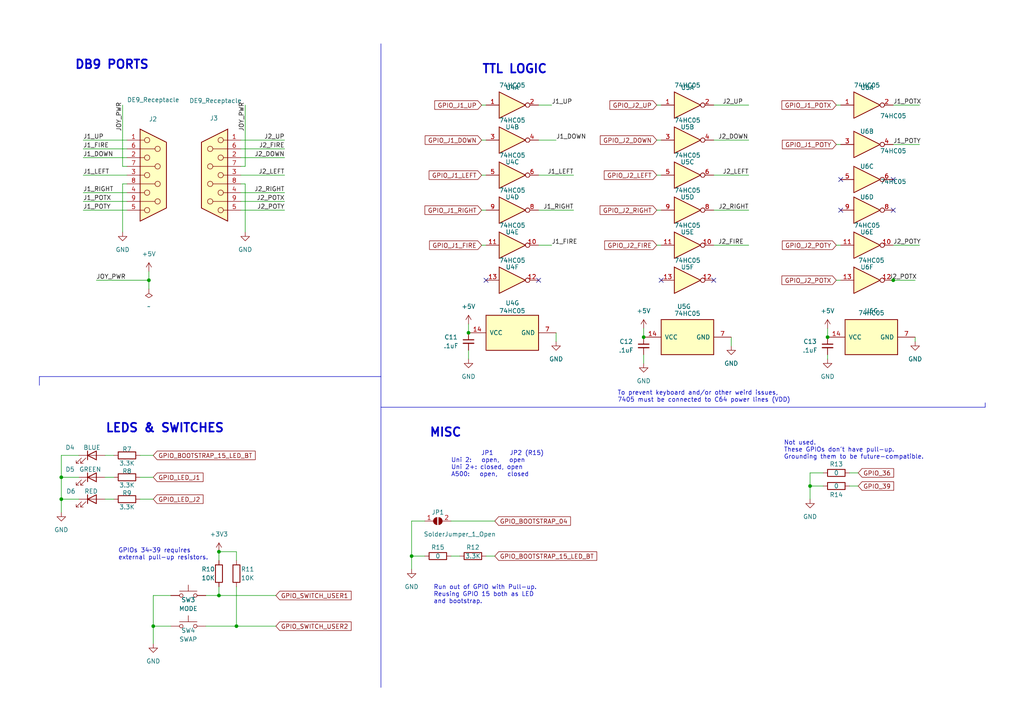
<source format=kicad_sch>
(kicad_sch (version 20230121) (generator eeschema)
  (paper "A4")
  (title_block (title "Unijoysticle 2 XL800") (date "2023-06-16") (rev "A") (company "Ricardo Quesada"))
  (lib_symbols
    (symbol "74xx:74LS05" (pin_names (offset 1.016))
      (property "Reference" "U" (at 0 1.27 0))
      (property "Value" "74LS05" (at 0 -1.27 0))
      (symbol "74LS05_1_0"
        (polyline (pts (xy -3.81 3.81) (xy -3.81 -3.81) (xy 3.81 0) (xy -3.81 3.81)) (stroke (width 0.254)) (fill (type background)))
        (pin input line (at -7.62 0 0) (length 3.81) (name "~") (number "1"))
        (pin open_collector inverted (at 7.62 0 180) (length 3.81) (name "~") (number "2"))
      )
      (symbol "74LS05_2_0"
        (polyline (pts (xy -3.81 3.81) (xy -3.81 -3.81) (xy 3.81 0) (xy -3.81 3.81)) (stroke (width 0.254)) (fill (type background)))
        (pin input line (at -7.62 0 0) (length 3.81) (name "~") (number "3"))
        (pin open_collector inverted (at 7.62 0 180) (length 3.81) (name "~") (number "4"))
      )
      (symbol "74LS05_3_0"
        (polyline (pts (xy -3.81 3.81) (xy -3.81 -3.81) (xy 3.81 0) (xy -3.81 3.81)) (stroke (width 0.254)) (fill (type background)))
        (pin input line (at -7.62 0 0) (length 3.81) (name "~") (number "5"))
        (pin open_collector inverted (at 7.62 0 180) (length 3.81) (name "~") (number "6"))
      )
      (symbol "74LS05_4_0"
        (polyline (pts (xy -3.81 3.81) (xy -3.81 -3.81) (xy 3.81 0) (xy -3.81 3.81)) (stroke (width 0.254)) (fill (type background)))
        (pin open_collector inverted (at 7.62 0 180) (length 3.81) (name "~") (number "8"))
        (pin input line (at -7.62 0 0) (length 3.81) (name "~") (number "9"))
      )
      (symbol "74LS05_5_0"
        (polyline (pts (xy -3.81 3.81) (xy -3.81 -3.81) (xy 3.81 0) (xy -3.81 3.81)) (stroke (width 0.254)) (fill (type background)))
        (pin open_collector inverted (at 7.62 0 180) (length 3.81) (name "~") (number "10"))
        (pin input line (at -7.62 0 0) (length 3.81) (name "~") (number "11"))
      )
      (symbol "74LS05_6_0"
        (polyline (pts (xy -3.81 3.81) (xy -3.81 -3.81) (xy 3.81 0) (xy -3.81 3.81)) (stroke (width 0.254)) (fill (type background)))
        (pin open_collector inverted (at 7.62 0 180) (length 3.81) (name "~") (number "12"))
        (pin input line (at -7.62 0 0) (length 3.81) (name "~") (number "13"))
      )
      (symbol "74LS05_7_0"
        (pin power_in line (at 0 12.7 270) (length 5.08) (name "VCC") (number "14"))
        (pin power_in line (at 0 -12.7 90) (length 5.08) (name "GND") (number "7"))
      )
      (symbol "74LS05_7_1"
        (rectangle (start -5.08 7.62) (end 5.08 -7.62) (stroke (width 0.254)) (fill (type background)))
      )
    )
    (symbol "Connector:DE9_Receptacle" (pin_names (offset 1.016) hide)
      (property "Reference" "J" (at 0 13.97 0))
      (property "Value" "DE9_Receptacle" (at 0 -14.605 0))
      (symbol "DE9_Receptacle_0_1"
        (circle (center -1.778 -10.16) (radius 0.762))
        (circle (center -1.778 -5.08) (radius 0.762))
        (circle (center -1.778 0) (radius 0.762))
        (circle (center -1.778 5.08) (radius 0.762))
        (circle (center -1.778 10.16) (radius 0.762))
        (polyline (pts (xy -3.81 -10.16) (xy -2.54 -10.16)))
        (polyline (pts (xy -3.81 -7.62) (xy 0.508 -7.62)))
        (polyline (pts (xy -3.81 -5.08) (xy -2.54 -5.08)))
        (polyline (pts (xy -3.81 -2.54) (xy 0.508 -2.54)))
        (polyline (pts (xy -3.81 0) (xy -2.54 0)))
        (polyline (pts (xy -3.81 2.54) (xy 0.508 2.54)))
        (polyline (pts (xy -3.81 5.08) (xy -2.54 5.08)))
        (polyline (pts (xy -3.81 7.62) (xy 0.508 7.62)))
        (polyline (pts (xy -3.81 10.16) (xy -2.54 10.16)))
        (polyline (pts (xy -3.81 13.335) (xy -3.81 -13.335) (xy 3.81 -9.525) (xy 3.81 9.525) (xy -3.81 13.335)) (stroke (width 0.254)) (fill (type background)))
        (circle (center 1.27 -7.62) (radius 0.762))
        (circle (center 1.27 -2.54) (radius 0.762))
        (circle (center 1.27 2.54) (radius 0.762))
        (circle (center 1.27 7.62) (radius 0.762))
      )
      (symbol "DE9_Receptacle_1_1"
        (pin passive line (at -7.62 10.16 0) (length 3.81) (name "1") (number "1"))
        (pin passive line (at -7.62 5.08 0) (length 3.81) (name "2") (number "2"))
        (pin passive line (at -7.62 0 0) (length 3.81) (name "3") (number "3"))
        (pin passive line (at -7.62 -5.08 0) (length 3.81) (name "4") (number "4"))
        (pin passive line (at -7.62 -10.16 0) (length 3.81) (name "5") (number "5"))
        (pin passive line (at -7.62 7.62 0) (length 3.81) (name "6") (number "6"))
        (pin passive line (at -7.62 2.54 0) (length 3.81) (name "7") (number "7"))
        (pin passive line (at -7.62 -2.54 0) (length 3.81) (name "8") (number "8"))
        (pin passive line (at -7.62 -7.62 0) (length 3.81) (name "9") (number "9"))
      )
    )
    (symbol "Device:C_Small" (pin_numbers hide) (pin_names (offset 0.254) hide)
      (property "Reference" "C" (at 0.254 1.778 0))
      (property "Value" "C_Small" (at 0.254 -2.032 0))
      (symbol "C_Small_0_1"
        (polyline (pts (xy -1.524 -0.508) (xy 1.524 -0.508)) (stroke (width 0.3302)))
        (polyline (pts (xy -1.524 0.508) (xy 1.524 0.508)) (stroke (width 0.3048)))
      )
      (symbol "C_Small_1_1"
        (pin passive line (at 0 2.54 270) (length 2.032) (name "~") (number "1"))
        (pin passive line (at 0 -2.54 90) (length 2.032) (name "~") (number "2"))
      )
    )
    (symbol "Device:LED" (pin_numbers hide) (pin_names (offset 1.016) hide)
      (property "Reference" "D" (at 0 2.54 0))
      (property "Value" "LED" (at 0 -2.54 0))
      (symbol "LED_0_1"
        (polyline (pts (xy -1.27 -1.27) (xy -1.27 1.27)) (stroke (width 0.254)))
        (polyline (pts (xy -1.27 0) (xy 1.27 0)))
        (polyline (pts (xy 1.27 -1.27) (xy 1.27 1.27) (xy -1.27 0) (xy 1.27 -1.27)) (stroke (width 0.254)))
        (polyline (pts (xy -3.048 -0.762) (xy -4.572 -2.286) (xy -3.81 -2.286) (xy -4.572 -2.286) (xy -4.572 -1.524)))
        (polyline (pts (xy -1.778 -0.762) (xy -3.302 -2.286) (xy -2.54 -2.286) (xy -3.302 -2.286) (xy -3.302 -1.524)))
      )
      (symbol "LED_1_1"
        (pin passive line (at -3.81 0 0) (length 2.54) (name "K") (number "1"))
        (pin passive line (at 3.81 0 180) (length 2.54) (name "A") (number "2"))
      )
    )
    (symbol "Device:R" (pin_numbers hide) (pin_names (offset 0))
      (property "Reference" "R" (at 2.032 0 90))
      (property "Value" "R" (at 0 0 90))
      (symbol "R_0_1"
        (rectangle (start -1.016 -2.54) (end 1.016 2.54) (stroke (width 0.254)))
      )
      (symbol "R_1_1"
        (pin passive line (at 0 3.81 270) (length 1.27) (name "~") (number "1"))
        (pin passive line (at 0 -3.81 90) (length 1.27) (name "~") (number "2"))
      )
    )
    (symbol "Jumper:SolderJumper_2_Open" (pin_names (offset 0) hide)
      (property "Reference" "JP" (at 0 2.032 0))
      (property "Value" "SolderJumper_2_Open" (at 0 -2.54 0))
      (symbol "SolderJumper_2_Open_0_1"
        (arc (start -0.254 1.016) (mid -1.2656 0) (end -0.254 -1.016))
        (arc (start -0.254 1.016) (mid -1.2656 0) (end -0.254 -1.016) (fill (type outline)))
        (polyline (pts (xy -0.254 1.016) (xy -0.254 -1.016)))
        (polyline (pts (xy 0.254 1.016) (xy 0.254 -1.016)))
        (arc (start 0.254 -1.016) (mid 1.2656 0) (end 0.254 1.016))
        (arc (start 0.254 -1.016) (mid 1.2656 0) (end 0.254 1.016) (fill (type outline)))
      )
      (symbol "SolderJumper_2_Open_1_1"
        (pin passive line (at -3.81 0 0) (length 2.54) (name "A") (number "1"))
        (pin passive line (at 3.81 0 180) (length 2.54) (name "B") (number "2"))
      )
    )
    (symbol "Switch:SW_Push" (pin_numbers hide) (pin_names (offset 1.016) hide)
      (property "Reference" "SW" (at 1.27 2.54 0))
      (property "Value" "SW_Push" (at 0 -1.524 0))
      (symbol "SW_Push_0_1"
        (circle (center -2.032 0) (radius 0.508))
        (polyline (pts (xy 0 1.27) (xy 0 3.048)))
        (polyline (pts (xy 2.54 1.27) (xy -2.54 1.27)))
        (circle (center 2.032 0) (radius 0.508))
        (pin passive line (at -5.08 0 0) (length 2.54) (name "1") (number "1"))
        (pin passive line (at 5.08 0 180) (length 2.54) (name "2") (number "2"))
      )
    )
    (symbol "power:+3V3" (power) (pin_names (offset 0))
      (property "Value" "+3V3" (at 0 3.556 0))
      (symbol "+3V3_0_1"
        (polyline (pts (xy -0.762 1.27) (xy 0 2.54)))
        (polyline (pts (xy 0 0) (xy 0 2.54)))
        (polyline (pts (xy 0 2.54) (xy 0.762 1.27)))
      )
      (symbol "+3V3_1_1"
        (pin power_in line (at 0 0 90) (length 0) hide (name "+3V3") (number "1"))
      )
    )
    (symbol "power:+5V" (power) (pin_names (offset 0))
      (property "Value" "+5V" (at 0 3.556 0))
      (symbol "+5V_0_1"
        (polyline (pts (xy -0.762 1.27) (xy 0 2.54)))
        (polyline (pts (xy 0 0) (xy 0 2.54)))
        (polyline (pts (xy 0 2.54) (xy 0.762 1.27)))
      )
      (symbol "+5V_1_1"
        (pin power_in line (at 0 0 90) (length 0) hide (name "+5V") (number "1"))
      )
    )
    (symbol "power:GND" (power) (pin_names (offset 0))
      (property "Value" "GND" (at 0 -3.81 0))
      (symbol "GND_0_1"
        (polyline (pts (xy 0 0) (xy 0 -1.27) (xy 1.27 -1.27) (xy 0 -2.54) (xy -1.27 -1.27) (xy 0 -1.27)))
      )
      (symbol "GND_1_1"
        (pin power_in line (at 0 0 270) (length 0) hide (name "GND") (number "1"))
      )
    )
    (symbol "power:PWR_FLAG" (power) (pin_numbers hide) (pin_names (offset 0) hide)
      (property "Value" "PWR_FLAG" (at 0 3.81 0))
      (symbol "PWR_FLAG_0_0"
        (pin power_out line (at 0 0 90) (length 0) (name "pwr") (number "1"))
      )
      (symbol "PWR_FLAG_0_1"
        (polyline (pts (xy 0 0) (xy 0 1.27) (xy -1.016 1.905) (xy 0 2.54) (xy 1.016 1.905) (xy 0 1.27)))
      )
    )
  )
  (junction (at 17.78 144.78))
  (junction (at 63.5 160.02))
  (junction (at 44.45 181.61))
  (junction (at 135.89 96.52))
  (junction (at 186.69 97.79))
  (junction (at 234.95 140.97))
  (junction (at 43.18 81.28))
  (junction (at 17.78 138.43))
  (junction (at 240.03 97.79))
  (junction (at 63.5 172.72))
  (junction (at 259.08 81.28))
  (junction (at 119.38 161.29))
  (junction (at 68.58 181.61))
  (no_connect (at 140.97 81.28))
  (no_connect (at 156.21 81.28))
  (no_connect (at 259.08 52.07))
  (no_connect (at 259.08 60.96))
  (no_connect (at 243.84 52.07))
  (no_connect (at 243.84 60.96))
  (no_connect (at 207.01 81.28))
  (no_connect (at 191.77 81.28))
  (wire (pts (xy 36.83 45.72) (xy 24.13 45.72)))
  (wire (pts (xy 246.38 140.97) (xy 248.92 140.97)))
  (wire (pts (xy 69.85 60.96) (xy 82.55 60.96)))
  (wire (pts (xy 207.01 50.8) (xy 217.17 50.8)))
  (wire (pts (xy 68.58 160.02) (xy 68.58 162.56)))
  (wire (pts (xy 119.38 151.13) (xy 119.38 161.29)))
  (wire (pts (xy 240.03 102.87) (xy 240.03 104.14)))
  (wire (pts (xy 17.78 138.43) (xy 17.78 144.78)))
  (wire (pts (xy 63.5 160.02) (xy 68.58 160.02)))
  (polyline (pts (xy 11.43 109.22) (xy 11.43 111.76)))
  (wire (pts (xy 36.83 40.64) (xy 24.13 40.64)))
  (wire (pts (xy 17.78 144.78) (xy 17.78 148.59)))
  (wire (pts (xy 135.89 101.6) (xy 135.89 104.14)))
  (wire (pts (xy 69.85 48.26) (xy 71.12 48.26)))
  (wire (pts (xy 234.95 137.16) (xy 238.76 137.16)))
  (wire (pts (xy 69.85 40.64) (xy 82.55 40.64)))
  (polyline (pts (xy 110.49 12.7) (xy 110.49 199.39)))
  (wire (pts (xy 22.86 138.43) (xy 17.78 138.43)))
  (wire (pts (xy 30.48 138.43) (xy 33.02 138.43)))
  (wire (pts (xy 156.21 60.96) (xy 166.37 60.96)))
  (wire (pts (xy 40.64 138.43) (xy 44.45 138.43)))
  (wire (pts (xy 234.95 140.97) (xy 238.76 140.97)))
  (polyline (pts (xy 110.49 118.11) (xy 285.75 118.11)))
  (wire (pts (xy 190.5 71.12) (xy 191.77 71.12)))
  (wire (pts (xy 140.97 30.48) (xy 139.7 30.48)))
  (wire (pts (xy 40.64 132.08) (xy 44.45 132.08)))
  (wire (pts (xy 240.03 97.79) (xy 240.03 95.25)))
  (wire (pts (xy 71.12 53.34) (xy 71.12 67.31)))
  (wire (pts (xy 36.83 60.96) (xy 24.13 60.96)))
  (wire (pts (xy 17.78 144.78) (xy 22.86 144.78)))
  (wire (pts (xy 190.5 50.8) (xy 191.77 50.8)))
  (wire (pts (xy 186.69 97.79) (xy 186.69 95.25)))
  (wire (pts (xy 30.48 132.08) (xy 33.02 132.08)))
  (wire (pts (xy 207.01 30.48) (xy 217.17 30.48)))
  (wire (pts (xy 135.89 96.52) (xy 135.89 93.98)))
  (wire (pts (xy 68.58 181.61) (xy 80.01 181.61)))
  (wire (pts (xy 63.5 172.72) (xy 80.01 172.72)))
  (wire (pts (xy 265.43 97.79) (xy 265.43 99.06)))
  (wire (pts (xy 212.09 97.79) (xy 212.09 100.33)))
  (wire (pts (xy 242.57 81.28) (xy 243.84 81.28)))
  (wire (pts (xy 246.38 137.16) (xy 248.92 137.16)))
  (wire (pts (xy 123.19 151.13) (xy 119.38 151.13)))
  (polyline (pts (xy 285.75 116.84) (xy 285.75 118.11)))
  (wire (pts (xy 35.56 30.48) (xy 35.56 48.26)))
  (wire (pts (xy 59.69 181.61) (xy 68.58 181.61)))
  (wire (pts (xy 44.45 181.61) (xy 49.53 181.61)))
  (wire (pts (xy 207.01 71.12) (xy 217.17 71.12)))
  (wire (pts (xy 242.57 41.91) (xy 243.84 41.91)))
  (wire (pts (xy 140.97 40.64) (xy 139.7 40.64)))
  (wire (pts (xy 186.69 102.87) (xy 186.69 105.41)))
  (wire (pts (xy 68.58 170.18) (xy 68.58 181.61)))
  (wire (pts (xy 259.08 41.91) (xy 266.7 41.91)))
  (polyline (pts (xy 110.49 109.22) (xy 11.43 109.22)))
  (wire (pts (xy 190.5 30.48) (xy 191.77 30.48)))
  (wire (pts (xy 30.48 144.78) (xy 33.02 144.78)))
  (wire (pts (xy 71.12 30.48) (xy 71.12 48.26)))
  (wire (pts (xy 43.18 78.74) (xy 43.18 81.28)))
  (wire (pts (xy 63.5 162.56) (xy 63.5 160.02)))
  (wire (pts (xy 35.56 53.34) (xy 35.56 67.31)))
  (wire (pts (xy 234.95 140.97) (xy 234.95 144.78)))
  (wire (pts (xy 140.97 60.96) (xy 139.7 60.96)))
  (wire (pts (xy 36.83 50.8) (xy 24.13 50.8)))
  (wire (pts (xy 259.08 81.28) (xy 265.43 81.28)))
  (wire (pts (xy 59.69 172.72) (xy 63.5 172.72)))
  (wire (pts (xy 207.01 40.64) (xy 217.17 40.64)))
  (wire (pts (xy 243.84 30.48) (xy 242.57 30.48)))
  (wire (pts (xy 69.85 50.8) (xy 82.55 50.8)))
  (wire (pts (xy 130.81 151.13) (xy 143.51 151.13)))
  (wire (pts (xy 156.21 50.8) (xy 166.37 50.8)))
  (wire (pts (xy 190.5 60.96) (xy 191.77 60.96)))
  (wire (pts (xy 27.94 81.28) (xy 43.18 81.28)))
  (wire (pts (xy 156.21 40.64) (xy 161.29 40.64)))
  (wire (pts (xy 69.85 58.42) (xy 82.55 58.42)))
  (wire (pts (xy 17.78 132.08) (xy 17.78 138.43)))
  (wire (pts (xy 69.85 45.72) (xy 82.55 45.72)))
  (wire (pts (xy 119.38 161.29) (xy 119.38 165.1)))
  (wire (pts (xy 69.85 53.34) (xy 71.12 53.34)))
  (wire (pts (xy 22.86 132.08) (xy 17.78 132.08)))
  (wire (pts (xy 259.08 71.12) (xy 266.7 71.12)))
  (wire (pts (xy 63.5 170.18) (xy 63.5 172.72)))
  (wire (pts (xy 257.81 81.28) (xy 259.08 81.28)))
  (wire (pts (xy 43.18 81.28) (xy 43.18 83.82)))
  (wire (pts (xy 69.85 43.18) (xy 82.55 43.18)))
  (wire (pts (xy 161.29 96.52) (xy 161.29 99.06)))
  (wire (pts (xy 140.97 71.12) (xy 139.7 71.12)))
  (wire (pts (xy 156.21 71.12) (xy 160.02 71.12)))
  (wire (pts (xy 190.5 40.64) (xy 191.77 40.64)))
  (wire (pts (xy 259.08 30.48) (xy 266.7 30.48)))
  (wire (pts (xy 36.83 58.42) (xy 24.13 58.42)))
  (wire (pts (xy 234.95 137.16) (xy 234.95 140.97)))
  (wire (pts (xy 44.45 172.72) (xy 49.53 172.72)))
  (wire (pts (xy 40.64 144.78) (xy 44.45 144.78)))
  (wire (pts (xy 36.83 48.26) (xy 35.56 48.26)))
  (wire (pts (xy 36.83 55.88) (xy 24.13 55.88)))
  (wire (pts (xy 36.83 43.18) (xy 24.13 43.18)))
  (wire (pts (xy 69.85 55.88) (xy 82.55 55.88)))
  (wire (pts (xy 140.97 161.29) (xy 143.51 161.29)))
  (wire (pts (xy 44.45 181.61) (xy 44.45 186.69)))
  (wire (pts (xy 44.45 172.72) (xy 44.45 181.61)))
  (wire (pts (xy 242.57 71.12) (xy 243.84 71.12)))
  (wire (pts (xy 123.19 161.29) (xy 119.38 161.29)))
  (wire (pts (xy 36.83 53.34) (xy 35.56 53.34)))
  (wire (pts (xy 156.21 30.48) (xy 160.02 30.48)))
  (wire (pts (xy 140.97 50.8) (xy 139.7 50.8)))
  (wire (pts (xy 207.01 60.96) (xy 217.17 60.96)))
  (wire (pts (xy 130.81 161.29) (xy 133.35 161.29)))
  (text "LEDS & SWITCHES" (at 30.48 125.73 0) (effects (font (size 2.4892 2.4892) (thickness 0.4978) bold) (justify left bottom)))
  (text "Not used.\nThese GPIOs don't have pull-up.\nGrounding them to be future-compatible." (at 227.33 133.35 0) (effects (font (size 1.27 1.27)) (justify left bottom)))
  (text "GPIOs 34~39 requires\nexternal pull-up resistors." (at 34.29 162.56 0) (effects (font (size 1.27 1.27)) (justify left bottom)))
  (text "To prevent keyboard and/or other weird issues,\n7405 must be connected to C64 power lines (VDD)" (at 179.07 116.84 0) (effects (font (size 1.27 1.27)) (justify left bottom)))
  (text "DB9 PORTS" (at 21.59 20.32 0) (effects (font (size 2.4892 2.4892) (thickness 0.4978) bold) (justify left bottom)))
  (text "TTL LOGIC" (at 139.7 21.59 0) (effects (font (size 2.4892 2.4892) (thickness 0.4978) bold) (justify left bottom)))
  (text "Run out of GPIO with Pull-up.\nReusing GPIO 15 both as LED\nand bootstrap." (at 125.73 175.26 0) (effects (font (size 1.27 1.27)) (justify left bottom)))
  (text "MISC" (at 124.46 127 0) (effects (font (size 2.4892 2.4892) (thickness 0.4978) bold) (justify left bottom)))
  (text "         JP1     JP2 (R15)\nUni 2:   open,   open\nUni 2+: closed, open\nA500:   open,   closed\n" (at 130.81 138.43 0) (effects (font (size 1.27 1.27)) (justify left bottom)))
  (label "J2_UP" (at 209.55 30.48 0))
  (label "J2_POTY" (at 82.55 60.96 180))
  (label "J1_RIGHT" (at 166.37 60.96 180))
  (label "JOY_PWR" (at 35.56 38.1 90))
  (label "J2_RIGHT" (at 82.55 55.88 180))
  (label "J2_RIGHT" (at 217.17 60.96 180))
  (label "J1_FIRE" (at 160.02 71.12 0))
  (label "J2_LEFT" (at 82.55 50.8 180))
  (label "J1_UP" (at 160.02 30.48 0))
  (label "J1_LEFT" (at 24.13 50.8 0))
  (label "J1_DOWN" (at 24.13 45.72 0))
  (label "J1_POTY" (at 24.13 60.96 0))
  (label "J1_DOWN" (at 161.29 40.64 0))
  (label "J1_POTX" (at 24.13 58.42 0))
  (label "J1_RIGHT" (at 24.13 55.88 0))
  (label "J1_UP" (at 24.13 40.64 0))
  (label "J2_DOWN" (at 82.55 45.72 180))
  (label "J2_LEFT" (at 217.17 50.8 180))
  (label "J1_FIRE" (at 24.13 43.18 0))
  (label "J2_FIRE" (at 82.55 43.18 180))
  (label "J1_POTX" (at 259.08 30.48 0))
  (label "J2_POTY" (at 259.08 71.12 0))
  (label "J2_POTX" (at 82.55 58.42 180))
  (label "J2_DOWN" (at 208.28 40.64 0))
  (label "JOY_PWR" (at 27.94 81.28 0))
  (label "J2_POTX" (at 257.81 81.28 0))
  (label "J2_UP" (at 82.55 40.64 180))
  (label "J1_POTY" (at 259.08 41.91 0))
  (label "JOY_PWR" (at 71.12 38.1 90))
  (label "J1_LEFT" (at 166.37 50.8 180))
  (label "J2_FIRE" (at 208.28 71.12 0))
  (global_label "GPIO_LED_J2" (shape input) (at 44.45 144.78 0) (property "Intersheetrefs" "${INTERSHEET_REFS}" (effects hide)))
  (global_label "GPIO_J2_LEFT" (shape input) (at 190.5 50.8 180) (property "Intersheetrefs" "${INTERSHEET_REFS}" (effects hide)))
  (global_label "GPIO_SWITCH_USER2" (shape input) (at 80.01 181.61 0) (property "Intersheetrefs" "${INTERSHEET_REFS}" (effects hide)))
  (global_label "GPIO_J1_POTY" (shape input) (at 242.57 41.91 180) (property "Intersheetrefs" "${INTERSHEET_REFS}" (effects hide)))
  (global_label "GPIO_J2_POTX" (shape input) (at 242.57 81.28 180) (property "Intersheetrefs" "${INTERSHEET_REFS}" (effects hide)))
  (global_label "GPIO_J1_LEFT" (shape input) (at 139.7 50.8 180) (property "Intersheetrefs" "${INTERSHEET_REFS}" (effects hide)))
  (global_label "GPIO_BOOTSTRAP_15_LED_BT" (shape input) (at 143.51 161.29 0) (property "Intersheetrefs" "${INTERSHEET_REFS}" (effects hide)))
  (global_label "GPIO_J2_DOWN" (shape input) (at 190.5 40.64 180) (property "Intersheetrefs" "${INTERSHEET_REFS}" (effects hide)))
  (global_label "GPIO_39" (shape input) (at 248.92 140.97 0) (property "Intersheetrefs" "${INTERSHEET_REFS}" (effects hide)))
  (global_label "GPIO_J1_UP" (shape input) (at 139.7 30.48 180) (property "Intersheetrefs" "${INTERSHEET_REFS}" (effects hide)))
  (global_label "GPIO_36" (shape input) (at 248.92 137.16 0) (property "Intersheetrefs" "${INTERSHEET_REFS}" (effects hide)))
  (global_label "GPIO_SWITCH_USER1" (shape input) (at 80.01 172.72 0) (property "Intersheetrefs" "${INTERSHEET_REFS}" (effects hide)))
  (global_label "GPIO_J1_DOWN" (shape input) (at 139.7 40.64 180) (property "Intersheetrefs" "${INTERSHEET_REFS}" (effects hide)))
  (global_label "GPIO_LED_J1" (shape input) (at 44.45 138.43 0) (property "Intersheetrefs" "${INTERSHEET_REFS}" (effects hide)))
  (global_label "GPIO_J1_FIRE" (shape input) (at 139.7 71.12 180) (property "Intersheetrefs" "${INTERSHEET_REFS}" (effects hide)))
  (global_label "GPIO_J2_FIRE" (shape input) (at 190.5 71.12 180) (property "Intersheetrefs" "${INTERSHEET_REFS}" (effects hide)))
  (global_label "GPIO_J2_POTY" (shape input) (at 242.57 71.12 180) (property "Intersheetrefs" "${INTERSHEET_REFS}" (effects hide)))
  (global_label "GPIO_J1_POTX" (shape input) (at 242.57 30.48 180) (property "Intersheetrefs" "${INTERSHEET_REFS}" (effects hide)))
  (global_label "GPIO_BOOTSTRAP_04" (shape input) (at 143.51 151.13 0) (property "Intersheetrefs" "${INTERSHEET_REFS}" (effects hide)))
  (global_label "GPIO_BOOTSTRAP_15_LED_BT" (shape input) (at 44.45 132.08 0) (property "Intersheetrefs" "${INTERSHEET_REFS}" (effects hide)))
  (global_label "GPIO_J2_UP" (shape input) (at 190.5 30.48 180) (property "Intersheetrefs" "${INTERSHEET_REFS}" (effects hide)))
  (global_label "GPIO_J1_RIGHT" (shape input) (at 139.7 60.96 180) (property "Intersheetrefs" "${INTERSHEET_REFS}" (effects hide)))
  (global_label "GPIO_J2_RIGHT" (shape input) (at 190.5 60.96 180) (property "Intersheetrefs" "${INTERSHEET_REFS}" (effects hide)))
  (symbol (lib_id "74xx:74LS05") (at 148.59 30.48 0) (unit 1)
    (property "Reference" "U4" (at 148.59 25.4 0))
    (property "Value" "74HC05" (at 148.59 24.7396 0))
    (property "Footprint" "Package_SO:SOIC-14_3.9x8.7mm_P1.27mm" (effects hide))
    (property "Datasheet" "http://www.ti.com/lit/gpn/sn74LS05" (effects hide))
  )
  (symbol (lib_id "74xx:74LS05") (at 148.59 40.64 0) (unit 2)
    (property "Reference" "U4" (at 148.59 36.83 0))
    (property "Value" "74HC05" (at 148.59 34.8996 0))
    (property "Footprint" "Package_SO:SOIC-14_3.9x8.7mm_P1.27mm" (effects hide))
    (property "Datasheet" "http://www.ti.com/lit/gpn/sn74LS05" (effects hide))
  )
  (symbol (lib_id "74xx:74LS05") (at 148.59 50.8 0) (unit 3)
    (property "Reference" "U4" (at 148.59 46.99 0))
    (property "Value" "74HC05" (at 148.59 45.0596 0))
    (property "Footprint" "Package_SO:SOIC-14_3.9x8.7mm_P1.27mm" (effects hide))
    (property "Datasheet" "http://www.ti.com/lit/gpn/sn74LS05" (effects hide))
  )
  (symbol (lib_id "74xx:74LS05") (at 148.59 60.96 0) (unit 4)
    (property "Reference" "U4" (at 148.59 57.15 0))
    (property "Value" "74HC05" (at 148.59 55.2196 0))
    (property "Footprint" "Package_SO:SOIC-14_3.9x8.7mm_P1.27mm" (effects hide))
    (property "Datasheet" "http://www.ti.com/lit/gpn/sn74LS05" (effects hide))
  )
  (symbol (lib_id "74xx:74LS05") (at 148.59 71.12 0) (unit 5)
    (property "Reference" "U4" (at 148.59 67.31 0))
    (property "Value" "74HC05" (at 148.59 65.3796 0))
    (property "Footprint" "Package_SO:SOIC-14_3.9x8.7mm_P1.27mm" (effects hide))
    (property "Datasheet" "http://www.ti.com/lit/gpn/sn74LS05" (effects hide))
  )
  (symbol (lib_id "74xx:74LS05") (at 148.59 96.52 90) (unit 7)
    (property "Reference" "U4" (at 150.622 87.884 90) (effects (justify left)))
    (property "Value" "74HC05" (at 152.4 90.17 90) (effects (justify left)))
    (property "Footprint" "Package_SO:SOIC-14_3.9x8.7mm_P1.27mm" (effects hide))
    (property "Datasheet" "http://www.ti.com/lit/gpn/sn74LS05" (effects hide))
  )
  (symbol (lib_id "74xx:74LS05") (at 199.39 30.48 0) (unit 1)
    (property "Reference" "U5" (at 199.39 25.4 0))
    (property "Value" "74HC05" (at 199.39 24.7396 0))
    (property "Footprint" "Package_SO:SOIC-14_3.9x8.7mm_P1.27mm" (effects hide))
    (property "Datasheet" "http://www.ti.com/lit/gpn/sn74LS05" (effects hide))
  )
  (symbol (lib_id "74xx:74LS05") (at 199.39 40.64 0) (unit 2)
    (property "Reference" "U5" (at 199.39 36.83 0))
    (property "Value" "74HC05" (at 199.39 34.8996 0))
    (property "Footprint" "Package_SO:SOIC-14_3.9x8.7mm_P1.27mm" (effects hide))
    (property "Datasheet" "http://www.ti.com/lit/gpn/sn74LS05" (effects hide))
  )
  (symbol (lib_id "74xx:74LS05") (at 199.39 50.8 0) (unit 3)
    (property "Reference" "U5" (at 199.39 46.99 0))
    (property "Value" "74HC05" (at 199.39 45.0596 0))
    (property "Footprint" "Package_SO:SOIC-14_3.9x8.7mm_P1.27mm" (effects hide))
    (property "Datasheet" "http://www.ti.com/lit/gpn/sn74LS05" (effects hide))
  )
  (symbol (lib_id "74xx:74LS05") (at 199.39 60.96 0) (unit 4)
    (property "Reference" "U5" (at 199.39 57.15 0))
    (property "Value" "74HC05" (at 199.39 55.2196 0))
    (property "Footprint" "Package_SO:SOIC-14_3.9x8.7mm_P1.27mm" (effects hide))
    (property "Datasheet" "http://www.ti.com/lit/gpn/sn74LS05" (effects hide))
  )
  (symbol (lib_id "74xx:74LS05") (at 199.39 71.12 0) (unit 5)
    (property "Reference" "U5" (at 199.39 67.31 0))
    (property "Value" "74HC05" (at 199.39 65.3796 0))
    (property "Footprint" "Package_SO:SOIC-14_3.9x8.7mm_P1.27mm" (effects hide))
    (property "Datasheet" "http://www.ti.com/lit/gpn/sn74LS05" (effects hide))
  )
  (symbol (lib_id "74xx:74LS05") (at 251.46 81.28 0) (unit 6)
    (property "Reference" "U6" (at 251.46 77.47 0))
    (property "Value" "74HC05" (at 252.73 75.5396 0))
    (property "Footprint" "Package_SO:SOIC-14_3.9x8.7mm_P1.27mm" (effects hide))
    (property "Datasheet" "http://www.ti.com/lit/gpn/sn74LS05" (effects hide))
  )
  (symbol (lib_id "74xx:74LS05") (at 251.46 71.12 0) (unit 5)
    (property "Reference" "U6" (at 251.46 67.31 0))
    (property "Value" "74HC05" (at 251.46 65.3796 0))
    (property "Footprint" "Package_SO:SOIC-14_3.9x8.7mm_P1.27mm" (effects hide))
    (property "Datasheet" "http://www.ti.com/lit/gpn/sn74LS05" (effects hide))
  )
  (symbol (lib_id "74xx:74LS05") (at 199.39 97.79 90) (unit 7)
    (property "Reference" "U5" (at 200.406 88.9 90) (effects (justify left)))
    (property "Value" "74HC05" (at 203.2 90.932 90) (effects (justify left)))
    (property "Footprint" "Package_SO:SOIC-14_3.9x8.7mm_P1.27mm" (effects hide))
    (property "Datasheet" "http://www.ti.com/lit/gpn/sn74LS05" (effects hide))
  )
  (symbol (lib_id "Device:LED") (at 26.67 138.43 0) (unit 1)
    (property "Reference" "D5" (at 20.32 136.144 0))
    (property "Value" "GREEN" (at 26.162 136.144 0))
    (property "Footprint" "LED_SMD:LED_0805_2012Metric_Pad1.15x1.40mm_HandSolder" (effects hide))
  )
  (symbol (lib_id "Device:LED") (at 26.67 144.78 0) (unit 1)
    (property "Reference" "D6" (at 20.574 142.494 0))
    (property "Value" "RED" (at 26.416 142.494 0))
    (property "Footprint" "LED_SMD:LED_0805_2012Metric_Pad1.15x1.40mm_HandSolder" (effects hide))
  )
  (symbol (lib_id "Switch:SW_Push") (at 54.61 172.72 0) (unit 1)
    (property "Reference" "SW3" (at 54.61 173.99 0))
    (property "Value" "MODE" (at 54.61 176.53 0))
    (property "Footprint" "Button_Switch_THT:SW_Tactile_SPST_Angled_PTS645Vx39-2LFS" (effects hide))
  )
  (symbol (lib_id "Device:R") (at 36.83 138.43 90) (unit 1)
    (property "Reference" "R8" (at 36.83 136.652 90))
    (property "Value" "3.3K" (at 36.83 140.716 90))
    (property "Footprint" "Resistor_SMD:R_0805_2012Metric_Pad1.20x1.40mm_HandSolder" (effects hide))
  )
  (symbol (lib_id "Device:C_Small") (at 240.03 100.33 0) (unit 1)
    (property "Reference" "C13" (at 234.95 99.06 0))
    (property "Value" ".1uF" (at 234.95 101.6 0))
    (property "Footprint" "Capacitor_SMD:C_0805_2012Metric_Pad1.18x1.45mm_HandSolder" (effects hide))
  )
  (symbol (lib_id "Device:C_Small") (at 186.69 100.33 0) (unit 1)
    (property "Reference" "C12" (at 181.61 99.06 0))
    (property "Value" ".1uF" (at 181.61 101.6 0))
    (property "Footprint" "Capacitor_SMD:C_0805_2012Metric_Pad1.18x1.45mm_HandSolder" (effects hide))
  )
  (symbol (lib_id "Device:C_Small") (at 135.89 99.06 0) (unit 1)
    (property "Reference" "C11" (at 130.81 97.79 0))
    (property "Value" ".1uF" (at 130.81 100.33 0))
    (property "Footprint" "Capacitor_SMD:C_0805_2012Metric_Pad1.18x1.45mm_HandSolder" (effects hide))
  )
  (symbol (lib_id "Device:LED") (at 26.67 132.08 0) (unit 1)
    (property "Reference" "D4" (at 20.32 129.794 0))
    (property "Value" "BLUE" (at 26.67 129.794 0))
    (property "Footprint" "LED_SMD:LED_0805_2012Metric_Pad1.15x1.40mm_HandSolder" (effects hide))
  )
  (symbol (lib_id "Device:R") (at 36.83 132.08 90) (unit 1)
    (property "Reference" "R7" (at 36.83 130.302 90))
    (property "Value" "3.3K" (at 36.83 134.366 90))
    (property "Footprint" "Resistor_SMD:R_0805_2012Metric_Pad1.20x1.40mm_HandSolder" (effects hide))
  )
  (symbol (lib_id "Device:R") (at 36.83 144.78 90) (unit 1)
    (property "Reference" "R9" (at 36.83 143.002 90))
    (property "Value" "3.3K" (at 36.83 147.066 90))
    (property "Footprint" "Resistor_SMD:R_0805_2012Metric_Pad1.20x1.40mm_HandSolder" (effects hide))
  )
  (symbol (lib_id "74xx:74LS05") (at 251.46 30.48 0) (unit 1)
    (property "Reference" "U6" (at 251.46 25.4 0))
    (property "Value" "74HC05" (at 251.46 24.7396 0))
    (property "Footprint" "Package_SO:SOIC-14_3.9x8.7mm_P1.27mm" (effects hide))
    (property "Datasheet" "http://www.ti.com/lit/gpn/sn74LS05" (effects hide))
  )
  (symbol (lib_id "74xx:74LS05") (at 251.46 41.91 0) (unit 2)
    (property "Reference" "U6" (at 251.46 38.1 0))
    (property "Value" "74HC05" (at 259.08 33.6296 0))
    (property "Footprint" "Package_SO:SOIC-14_3.9x8.7mm_P1.27mm" (effects hide))
    (property "Datasheet" "http://www.ti.com/lit/gpn/sn74LS05" (effects hide))
  )
  (symbol (lib_id "74xx:74LS05") (at 252.73 97.79 90) (unit 7)
    (property "Reference" "U6" (at 252.73 90.17 90))
    (property "Value" "74HC05" (at 252.73 90.7796 90))
    (property "Footprint" "Package_SO:SOIC-14_3.9x8.7mm_P1.27mm" (effects hide))
    (property "Datasheet" "http://www.ti.com/lit/gpn/sn74LS05" (effects hide))
  )
  (symbol (lib_id "Jumper:SolderJumper_2_Open") (at 127 151.13 0) (unit 1)
    (property "Reference" "JP1" (at 127 148.59 0))
    (property "Value" "SolderJumper_1_Open" (at 133.35 154.94 0))
    (property "Footprint" "Jumper:SolderJumper-2_P1.3mm_Open_Pad1.0x1.5mm" (effects hide))
  )
  (symbol (lib_id "Connector:DE9_Receptacle") (at 44.45 50.8 0) (unit 1)
    (property "Reference" "J2" (at 43.18 34.544 0) (effects (justify left)))
    (property "Value" "DE9_Receptacle" (at 36.83 28.956 0) (effects (justify left)))
    (property "Footprint" "Connector_Dsub:DSUB-9_Female_Horizontal_P2.77x2.54mm_EdgePinOffset9.40mm" (effects hide))
    (property "Datasheet" " ~" (effects hide))
  )
  (symbol (lib_id "power:GND") (at 234.95 144.78 0) (unit 1)
    (property "Reference" "#PWR038" (effects hide))
    (property "Value" "GND" (at 234.95 149.86 0))
  )
  (symbol (lib_id "Device:R") (at 242.57 140.97 90) (unit 1)
    (property "Reference" "R14" (at 242.57 143.51 90))
    (property "Value" "0" (at 242.57 140.97 90))
    (property "Footprint" "Resistor_SMD:R_0805_2012Metric_Pad1.20x1.40mm_HandSolder" (effects hide))
  )
  (symbol (lib_id "power:GND") (at 212.09 100.33 0) (unit 1)
    (property "Reference" "#PWR037" (effects hide))
    (property "Value" "GND" (at 212.09 105.41 0))
  )
  (symbol (lib_id "power:+5V") (at 240.03 95.25 0) (unit 1)
    (property "Reference" "#PWR039" (effects hide))
    (property "Value" "+5V" (at 240.03 90.17 0))
  )
  (symbol (lib_id "power:+5V") (at 43.18 78.74 0) (unit 1)
    (property "Reference" "#PWR027" (effects hide))
    (property "Value" "+5V" (at 43.18 73.66 0))
  )
  (symbol (lib_id "Device:R") (at 127 161.29 90) (unit 1)
    (property "Reference" "R15" (at 127 158.75 90))
    (property "Value" "0" (at 127 161.29 90))
    (property "Footprint" "Resistor_SMD:R_0805_2012Metric_Pad1.20x1.40mm_HandSolder" (effects hide))
  )
  (symbol (lib_id "power:GND") (at 71.12 67.31 0) (unit 1)
    (property "Reference" "#PWR030" (effects hide))
    (property "Value" "GND" (at 71.12 72.39 0))
  )
  (symbol (lib_id "74xx:74LS05") (at 148.59 81.28 0) (unit 6)
    (property "Reference" "U4" (at 148.59 77.47 0))
    (property "Value" "74HC05" (at 148.59 75.5396 0))
    (property "Footprint" "Package_SO:SOIC-14_3.9x8.7mm_P1.27mm" (effects hide))
    (property "Datasheet" "http://www.ti.com/lit/gpn/sn74LS05" (effects hide))
  )
  (symbol (lib_id "Switch:SW_Push") (at 54.61 181.61 0) (unit 1)
    (property "Reference" "SW4" (at 54.61 182.88 0))
    (property "Value" "SWAP" (at 54.61 185.42 0))
    (property "Footprint" "Button_Switch_THT:SW_Tactile_SPST_Angled_PTS645Vx39-2LFS" (effects hide))
  )
  (symbol (lib_id "power:GND") (at 186.69 105.41 0) (unit 1)
    (property "Reference" "#PWR036" (effects hide))
    (property "Value" "GND" (at 186.69 110.49 0))
  )
  (symbol (lib_id "Device:R") (at 63.5 166.37 0) (unit 1)
    (property "Reference" "R10" (at 58.42 165.1 0) (effects (justify left)))
    (property "Value" "10K" (at 58.42 167.64 0) (effects (justify left)))
    (property "Footprint" "Resistor_SMD:R_0805_2012Metric_Pad1.20x1.40mm_HandSolder" (effects hide))
  )
  (symbol (lib_id "Device:R") (at 137.16 161.29 90) (unit 1)
    (property "Reference" "R12" (at 137.16 158.75 90))
    (property "Value" "3.3K" (at 137.16 161.29 90))
    (property "Footprint" "Resistor_SMD:R_0805_2012Metric_Pad1.20x1.40mm_HandSolder" (effects hide))
  )
  (symbol (lib_id "power:GND") (at 44.45 186.69 0) (unit 1)
    (property "Reference" "#PWR028" (effects hide))
    (property "Value" "GND" (at 44.45 191.77 0))
  )
  (symbol (lib_id "Device:R") (at 242.57 137.16 90) (unit 1)
    (property "Reference" "R13" (at 242.57 134.62 90))
    (property "Value" "0" (at 242.57 137.16 90))
    (property "Footprint" "Resistor_SMD:R_0805_2012Metric_Pad1.20x1.40mm_HandSolder" (effects hide))
  )
  (symbol (lib_id "power:GND") (at 265.43 99.06 0) (unit 1)
    (property "Reference" "#PWR041" (effects hide))
    (property "Value" "GND" (at 265.43 104.14 0))
  )
  (symbol (lib_id "power:+5V") (at 186.69 95.25 0) (unit 1)
    (property "Reference" "#PWR035" (effects hide))
    (property "Value" "+5V" (at 186.69 90.17 0))
  )
  (symbol (lib_id "power:GND") (at 161.29 99.06 0) (unit 1)
    (property "Reference" "#PWR034" (effects hide))
    (property "Value" "GND" (at 161.29 104.14 0))
  )
  (symbol (lib_id "power:PWR_FLAG") (at 43.18 83.82 180) (unit 1)
    (property "Reference" "#FLG02" (effects hide))
    (property "Value" "~" (at 43.18 88.9 0))
  )
  (symbol (lib_id "74xx:74LS05") (at 199.39 81.28 0) (unit 6)
    (property "Reference" "U5" (at 199.39 77.47 0))
    (property "Value" "74HC05" (at 199.39 75.5396 0))
    (property "Footprint" "Package_SO:SOIC-14_3.9x8.7mm_P1.27mm" (effects hide))
    (property "Datasheet" "http://www.ti.com/lit/gpn/sn74LS05" (effects hide))
  )
  (symbol (lib_id "Device:R") (at 68.58 166.37 0) (unit 1)
    (property "Reference" "R11" (at 69.85 165.1 0) (effects (justify left)))
    (property "Value" "10K" (at 69.85 167.64 0) (effects (justify left)))
    (property "Footprint" "Resistor_SMD:R_0805_2012Metric_Pad1.20x1.40mm_HandSolder" (effects hide))
  )
  (symbol (lib_id "74xx:74LS05") (at 251.46 52.07 0) (unit 3)
    (property "Reference" "U6" (at 251.46 48.26 0))
    (property "Value" "74HC05" (at 259.08 43.7896 0))
    (property "Footprint" "Package_SO:SOIC-14_3.9x8.7mm_P1.27mm" (effects hide))
    (property "Datasheet" "http://www.ti.com/lit/gpn/sn74LS05" (effects hide))
  )
  (symbol (lib_id "power:+3V3") (at 63.5 160.02 0) (unit 1)
    (property "Reference" "#PWR029" (effects hide))
    (property "Value" "+3V3" (at 63.5 154.94 0))
  )
  (symbol (lib_id "power:GND") (at 240.03 104.14 0) (unit 1)
    (property "Reference" "#PWR040" (effects hide))
    (property "Value" "GND" (at 240.03 109.22 0))
  )
  (symbol (lib_id "power:GND") (at 119.38 165.1 0) (unit 1)
    (property "Reference" "#PWR031" (effects hide))
    (property "Value" "GND" (at 119.38 170.18 0))
  )
  (symbol (lib_id "power:+5V") (at 135.89 93.98 0) (unit 1)
    (property "Reference" "#PWR032" (effects hide))
    (property "Value" "+5V" (at 135.89 88.9 0))
  )
  (symbol (lib_id "74xx:74LS05") (at 251.46 60.96 0) (unit 4)
    (property "Reference" "U6" (at 251.46 57.15 0))
    (property "Value" "74HC05" (at 259.08 52.6796 0))
    (property "Footprint" "Package_SO:SOIC-14_3.9x8.7mm_P1.27mm" (effects hide))
    (property "Datasheet" "http://www.ti.com/lit/gpn/sn74LS05" (effects hide))
  )
  (symbol (lib_id "power:GND") (at 135.89 104.14 0) (unit 1)
    (property "Reference" "#PWR033" (effects hide))
    (property "Value" "GND" (at 135.89 109.22 0))
  )
  (symbol (lib_id "power:GND") (at 35.56 67.31 0) (unit 1)
    (property "Reference" "#PWR026" (effects hide))
    (property "Value" "GND" (at 35.56 72.4154 0))
  )
  (symbol (lib_id "Connector:DE9_Receptacle") (at 62.23 50.8 0) (mirror y) (unit 1)
    (property "Reference" "J3" (at 63.246 34.29 0) (effects (justify left)))
    (property "Value" "DE9_Receptacle" (at 70.104 29.21 0) (effects (justify left)))
    (property "Footprint" "Connector_Dsub:DSUB-9_Female_Horizontal_P2.77x2.54mm_EdgePinOffset9.40mm" (effects hide))
    (property "Datasheet" " ~" (effects hide))
  )
  (symbol (lib_id "power:GND") (at 17.78 148.59 0) (unit 1)
    (property "Reference" "#PWR025" (effects hide))
    (property "Value" "GND" (at 17.78 153.67 0))
  )
)
</source>
